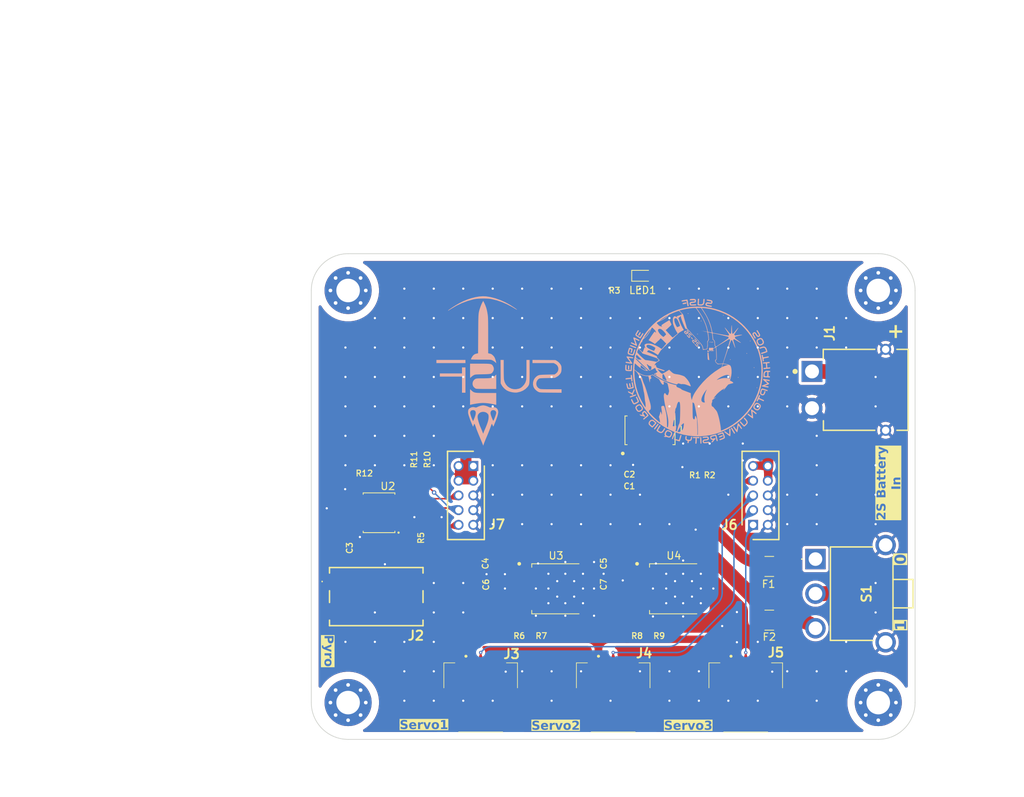
<source format=kicad_pcb>
(kicad_pcb (version 20241229) (generator "pcbnew") (generator_version "9.0")
  (layers (0 "F.Cu" mixed "L1 (Sig, PWR)") (2 "B.Cu" mixed "L2 (Sig, PWR)") (13 "F.Paste" user) (15 "B.Paste" user) (5 "F.SilkS" user "F.Silkscreen") (7 "B.SilkS" user "B.Silkscreen") (1 "F.Mask" user) (3 "B.Mask" user) (25 "Edge.Cuts" user))
  (property "BOARD_NAME" "Power Board")
  (property "COMPANY" "Southampton University Spaceflight Society")
  (property "DESIGNER" "Ethan Wilson - ew8g21")
  (property "DOC_TYPE" "Fabrication")
  (property "PROJECT_NAME" "SULRE - COMET 1")
  (property "RELEASE_DATE" "")
  (property "REVIEWER" "TBD")
  (property "REVISION" "V1")
  (property "VARIANT" "PRELIMINARY")
  (net 0 "")
  (net 1 "+6V")
  (net 2 "/Power Board Schematic/Servo1_PWM")
  (net 3 "GND")
  (net 4 "/Power Board Schematic/PYRO_IN")
  (net 5 "/Power Board Schematic/VBAT_sense")
  (net 6 "+3V3")
  (net 7 "VBUS")
  (net 8 "Net-(U2-IN)")
  (net 9 "/Power Board Schematic/Pyro+")
  (net 10 "/Power Board Schematic/PYRO_ST1")
  (net 11 "/Power Board Schematic/Servo2_PWM")
  (net 12 "Net-(U4-ADJ)")
  (net 13 "Net-(LED1-K)")
  (net 14 "/Power Board Schematic/Servo3_PWM")
  (net 15 "Net-(U3-ADJ)")
  (net 17 "/Power Board Schematic/PYRO_ST2")
  (net 18 "/Power Board Schematic/BAT_CONN_OUT")
  (net 19 "/Power Board Schematic/BAT_CONN_IN")
  (net 20 "VREG")
  (footprint "0_Connectors:DF11-10DP-2DSA" (layer "F.Cu") (at 166.5 108.85 -90)
    (property "Reference" "J6")
    (property "Value" "DF11-10DP-2DSA" (hide yes))
  )
  (footprint "0_Resistors:R_0603_1608_DensityHigh" (layer "F.Cu") (at 153.74 122.54)
    (property "Reference" "R9")
    (property "Value" "120R" (hide yes))
  )
  (footprint "0_Resistors:R_0603_1608_DensityHigh" (layer "F.Cu") (at 120.45 102.625 90)
    (property "Reference" "R11")
    (property "Value" "10kR" (hide yes))
  )
  (footprint "0_Resistors:R_0603_1608_DensityHigh" (layer "F.Cu") (at 122.25 102.625 90)
    (property "Reference" "R10")
    (property "Value" "10kR" (hide yes))
  )
  (footprint "0_Capacitors:C_0603_1608_DensityHigh" (layer "F.Cu") (at 147.6 114.1 -90)
    (property "Reference" "C5")
    (property "Value" "10uF" (hide yes))
  )
  (footprint "0_Power:Fuse_1210_3225Metric" (layer "F.Cu") (at 168.7 114.5)
    (property "Reference" "F1")
    (property "Value" "Fuse")
  )
  (footprint "0_Resistors:R_0603_1608_DensityHigh" (layer "F.Cu") (at 150.74 122.54)
    (property "Reference" "R8")
    (property "Value" "470R" (hide yes))
  )
  (footprint "0_Mechanical:MountingHole_3.2mm_M3_Pad_Via" (layer "F.Cu") (at 111.5 77)
    (property "Reference" "MH1" (hide yes))
    (property "Value" "M3_MountingHole_Pad")
  )
  (footprint "0_Capacitors:C_0603_1608_DensityHigh" (layer "F.Cu") (at 151.9 102 180)
    (property "Reference" "C2")
    (property "Value" "10nF" (hide yes))
  )
  (footprint "0_Resistors:R_0603_1608_DensityHigh" (layer "F.Cu") (at 158.6 99.9 90)
    (property "Reference" "R1")
    (property "Value" "470kR" (hide yes))
  )
  (footprint "0_Connectors:502352_0301" (layer "F.Cu") (at 129.5 131.8)
    (property "Reference" "J3")
    (property "Value" "502352-0301" (hide yes))
  )
  (footprint "0_Connectors:502352_0301" (layer "F.Cu") (at 147.5 131.8)
    (property "Reference" "J4")
    (property "Value" "502352-0301" (hide yes))
  )
  (footprint "0_Connectors:DF11-10DP-2DSA" (layer "F.Cu") (at 128.5 100.85 90)
    (property "Reference" "J7")
    (property "Value" "DF11-10DP-2DSA" (hide yes))
  )
  (footprint "0_Mechanical:Fiducial_1mm_Mask2mm" (layer "F.Cu") (at 116.5 128)
    (property "Reference" "FID3" (hide yes))
    (property "Value" "Fiducial Marker")
  )
  (footprint "0_Power:TO-252-5_TabPin3" (layer "F.Cu") (at 155.74 117.54)
    (property "Reference" "U4")
    (property "Value" "MIC29302AWD")
  )
  (footprint "0_Resistors:R_0603_1608_DensityHigh" (layer "F.Cu") (at 113.7 103.2)
    (property "Reference" "R12")
    (property "Value" "51kR" (hide yes))
  )
  (footprint "0_Capacitors:C_0603_1608_DensityHigh" (layer "F.Cu") (at 113.7 112 180)
    (property "Reference" "C3")
    (property "Value" "100nF" (hide yes))
  )
  (footprint "0_Resistors:R_0603_1608_DensityHigh" (layer "F.Cu") (at 147.685 75 180)
    (property "Reference" "R3")
    (property "Value" "51R" (hide yes))
  )
  (footprint "0_Passives:LED_0603_1608Metric" (layer "F.Cu") (at 151.5 75)
    (property "Reference" "LED1")
    (property "Value" "Red")
  )
  (footprint "0_Resistors:R_0603_1608_DensityHigh" (layer "F.Cu") (at 137.74 122.54)
    (property "Reference" "R7")
    (property "Value" "120R" (hide yes))
  )
  (footprint "0_Capacitors:C_0603_1608_DensityHigh" (layer "F.Cu") (at 131.55 117 90)
    (property "Reference" "C6")
    (property "Value" "10uF" (hide yes))
  )
  (footprint "0_Mechanical:MountingHole_3.2mm_M3_Pad_Via" (layer "F.Cu") (at 183.5 133)
    (property "Reference" "MH4" (hide yes))
    (property "Value" "M3_MountingHole_Pad" (hide yes))
  )
  (footprint "0_Resistors:R_0603_1608_DensityHigh" (layer "F.Cu") (at 134.74 122.54)
    (property "Reference" "R6")
    (property "Value" "470R" (hide yes))
  )
  (footprint "0_Connectors:502352_0301" (layer "F.Cu") (at 165.5 131.8)
    (property "Reference" "J5")
    (property "Value" "502352-0301" (hide yes))
  )
  (footprint "0_Mechanical:Fiducial_1mm_Mask2mm" (layer "F.Cu") (at 166.5 83)
    (property "Reference" "FID2" (hide yes))
    (property "Value" "Fiducial Marker")
  )
  (footprint "0_Resistors:R_0603_1608_DensityHigh" (layer "F.Cu") (at 121.4 109.1 180)
    (property "Reference" "R5")
    (property "Value" "4.7kR" (hide yes))
  )
  (footprint "0_Mechanical:MountingHole_3.2mm_M3_Pad_Via" (layer "F.Cu") (at 111.5 133)
    (property "Reference" "MH2" (hide yes))
    (property "Value" "M3_MountingHole_Pad" (hide yes))
  )
  (footprint "0_Power:TO-252-5_TabPin3" (layer "F.Cu") (at 139.74 117.54)
    (property "Reference" "U3")
    (property "Value" "MIC29302AWD")
  )
  (footprint "0_Capacitors:C_0603_1608_DensityHigh" (layer "F.Cu") (at 131.55 114.1 -90)
    (property "Reference" "C4")
    (property "Value" "10uF" (hide yes))
  )
  (footprint "0_Connectors:Molex_2060" (layer "F.Cu") (at 115.2 118.6)
    (property "Reference" "J2")
    (property "Value" "Molex_Block_01x02" (hide yes))
  )
  (footprint "0_Connectors:XT30_THT_H" (layer "F.Cu") (at 174.5 88 -90)
    (property "Reference" "J1")
    (property "Value" "XT30_THT_H" (hide yes))
  )
  (footprint "0_Capacitors:C_0603_1608_DensityHigh" (layer "F.Cu") (at 147.6 116.95 90)
    (property "Reference" "C7")
    (property "Value" "10uF" (hide yes))
  )
  (footprint "0_Capacitors:C_0603_1608_DensityHigh" (layer "F.Cu") (at 151.9 103.6)
    (property "Reference" "C1")
    (property "Value" "10nF" (hide yes))
  )
  (footprint "0_Power:1101M2S3AQE2" (layer "F.Cu") (at 174.969 113.5005 90)
    (property "Reference" "S1")
    (property "Value" "SPST_1101M2S3AQE2" (hide yes))
  )
  (footprint "0_Power:SOT-223-3_TabPin2" (layer "F.Cu") (at 152.5 96 90)
    (property "Reference" "U1")
    (property "Value" "NCP1117_3.3")
  )
  (footprint "0_Resistors:R_0603_1608_DensityHigh" (layer "F.Cu") (at 160.6 99.9 -90)
    (property "Reference" "R2")
    (property "Value" "390kR" (hide yes))
  )
  (footprint "0_Mechanical:Fiducial_1mm_Mask2mm" (layer "F.Cu") (at 116.5 83)
    (property "Reference" "FID1" (hide yes))
    (property "Value" "Fiducial Marker")
  )
  (footprint "0_Mechanical:MountingHole_3.2mm_M3_Pad_Via" (layer "F.Cu") (at 183.5 77)
    (property "Reference" "MH3" (hide yes))
    (property "Value" "M3_MountingHole_Pad" (hide yes))
  )
  (footprint "0_Power:HTSOP-8-1EP_3.9x4.9mm_P1.27mm_EP2.4x3.2mm" (layer "F.Cu") (at 115.7 107.2 180)
    (property "Reference" "U2")
    (property "Value" "BV1HJ180EFJ-C" (hide yes))
  )
  (footprint "0_Power:Fuse_1210_3225Metric" (layer "F.Cu") (at 168.7 121.8 180)
    (property "Reference" "F2")
    (property "Value" "Fuse")
  )
  (footprint "0_Mechanical:SULRE_LOGO" (layer "B.Cu") (at 159 88 180)
    (property "Reference" "REF**" (hide yes))
    (property "Value" "SULRE_LOGO" (hide yes))
  )
  (footprint "0_Mechanical:SUSF_LOGO_BIG" (layer "B.Cu") (at 131.5 88 180)
    (property "Reference" "G***" (hide yes))
    (property "Value" "LOGO" (hide yes))
  )
  (gr_arc (start 111.5 138) (mid 107.964466 136.535534) (end 106.5 133) (stroke (width 0.1)) (layer "Edge.Cuts"))
  (gr_line (start 111.5 72) (end 183.5 72) (stroke (width 0.1)) (layer "Edge.Cuts"))
  (gr_arc (start 188.5 133) (mid 187.035534 136.535534) (end 183.5 138) (stroke (width 0.1)) (layer "Edge.Cuts"))
  (gr_arc (start 106.5 77) (mid 107.964466 73.464466) (end 111.5 72) (stroke (width 0.1)) (layer "Edge.Cuts"))
  (gr_line (start 188.5 77) (end 188.5 133) (stroke (width 0.1)) (layer "Edge.Cuts"))
  (gr_arc (start 183.5 72) (mid 187.035534 73.464466) (end 188.5 77) (stroke (width 0.1)) (layer "Edge.Cuts"))
  (gr_line (start 111.5 138) (end 183.5 138) (stroke (width 0.1)) (layer "Edge.Cuts"))
  (gr_line (start 106.5 133) (end 106.5 77) (stroke (width 0.1)) (layer "Edge.Cuts"))
  (gr_text "Servo2" (at 136.4 136.9 0) (layer "F.SilkS" knockout) (effects (font (size 1.2 1.2) (thickness 0.15) (bold yes)) (justify left bottom)))
  (gr_text "2S Battery\nIn" (at 186.7 103.2 90) (layer "F.SilkS" knockout) (effects (font (size 1.2 1.2) (thickness 0.24) (bold yes)) (justify bottom)))
  (gr_text "1" (at 187.55 123.25 90) (layer "F.SilkS" knockout) (effects (font (size 1.5 1.5) (thickness 0.25) (bold yes)) (justify left bottom)))
  (gr_text "Servo1" (at 118.5 136.8 0) (layer "F.SilkS" knockout) (effects (font (size 1.2 1.2) (thickness 0.15) (bold yes)) (justify left bottom)))
  (gr_text "Pyro" (at 108.1 123.8 270) (layer "F.SilkS" knockout) (effects (font (size 1.2 1.2) (thickness 0.15) (bold yes)) (justify left bottom)))
  (gr_text "Servo3" (at 154.4 136.9 0) (layer "F.SilkS" knockout) (effects (font (size 1.2 1.2) (thickness 0.15) (bold yes)) (justify left bottom)))
  (gr_text "0" (at 187.5 114.25 90) (layer "F.SilkS" knockout) (effects (font (size 1.5 1.5) (thickness 0.25) (bold yes)) (justify left bottom)))
  (gr_text "+" (at 184.7 83.8 0) (layer "F.SilkS") (effects (font (size 2 2) (thickness 0.4) (bold yes)) (justify left bottom)))
  (segment (start 134.09 122.54) (end 133.868427 122.54) (width 0.2) (layer "F.Cu") (net 1))
  (segment (start 130.6 124.4) (end 129.928427 124.4) (width 1) (layer "F.Cu") (net 1))
  (segment (start 148.477107 118.972893) (end 148.22132 119.22868) (width 1) (layer "F.Cu") (net 1))
  (segment (start 132.727107 118.972893) (end 132.392893 119.307107) (width 1) (layer "F.Cu") (net 1))
  (segment (start 128.514247 124.985753) (end 128.085787 125.414213) (width 1) (layer "F.Cu") (net 1))
  (segment (start 147.591218 117.541218) (end 147.591218 117.654537) (width 0.2) (layer "F.Cu") (net 1))
  (segment (start 147.928427 119.935787) (end 147.928427 122.9) (width 1) (layer "F.Cu") (net 1))
  (segment (start 130.6 124.4) (end 133.6 124.4) (width 1) (layer "F.Cu") (net 1))
  (segment (start 147.925 122.4) (end 147.925 122.934412) (width 1) (layer "F.Cu") (net 1))
  (segment (start 148.434069 118.621218) (end 148.621218 118.621218) (width 0.2) (layer "F.Cu") (net 1))
  (segment (start 127.5 126.828427) (end 127.5 128.77) (width 1) (layer "F.Cu") (net 1))
  (segment (start 132.392851 118.68) (end 132.58 118.68) (width 0.2) (layer "F.Cu") (net 1))
  (segment (start 134.7 118.68) (end 133.434214 118.68) (width 1) (layer "F.Cu") (net 1))
  (segment (start 145.5 124.4) (end 146.425 124.4) (width 1) (layer "F.Cu") (net 1))
  (segment (start 162.914214 125.414214) (end 162.485787 124.985787) (width 1) (layer "F.Cu") (net 1))
  (segment (start 150.09 122.54) (end 149.668427 122.54) (width 0.2) (layer "F.Cu") (net 1))
  (segment (start 133.6 124.4) (end 145.5 124.4) (width 1) (layer "F.Cu") (net 1))
  (segment (start 145.5 128.77) (end 145.5 124.4) (width 1) (layer "F.Cu") (net 1))
  (segment (start 132.1 120.014214) (end 132.1 122.9) (width 1) (layer "F.Cu") (net 1))
  (segment (start 146.425 124.4) (end 149.428427 124.4) (width 1) (layer "F.Cu") (net 1))
  (segment (start 150.7 118.68) (end 149.184214 118.68) (width 1) (layer "F.Cu") (net 1))
  (segment (start 131.55 117.6) (end 131.55 117.713319) (width 0.2) (layer "F.Cu") (net 1))
  (segment (start 163.5 128.77) (end 163.5 126.828427) (width 1) (layer "F.Cu") (net 1))
  (segment (start 161.071573 124.4) (end 149.428427 124.4) (width 1) (layer "F.Cu") (net 1))
  (arc (start 144 124.4) (mid 145.06066 124.83934) (end 145.5 125.9) (width 1) (layer "F.Cu") (net 1))
  (arc (start 130.6 124.4) (mid 131.66066 123.96066) (end 132.1 122.9) (width 1) (layer "F.Cu") (net 1))
  (arc (start 133.434214 118.68) (mid 133.05153 118.75612) (end 132.727107 118.972893) (width 1) (layer "F.Cu") (net 1))
  (arc (start 147.928427 119.935787) (mid 148.004547 119.553104) (end 148.22132 119.22868) (width 1) (layer "F.Cu") (net 1))
  (arc (start 131.858782 118.458782) (mid 131.630245 118.116748) (end 131.55 117.713319) (width 0.2) (layer "F.Cu") (net 1))
  (arc (start 133.868427 122.54) (mid 133.10306 122.387759) (end 132.454213 121.954213) (width 0.2) (layer "F.Cu") (net 1))
  (arc (start 147.9 118.4) (mid 148.145033 118.563726) (end 148.434069 118.621218) (width 0.2) (layer "F.Cu") (net 1))
  (arc (start 149.184214 118.68) (mid 148.801531 118.75612) (end 148.477107 118.972893) (width 1) (layer "F.Cu") (net 1))
  (arc (start 149.668427 122.54) (mid 148.90306 122.387759) (end 148.254213 121.954213) (width 0.2) (layer "F.Cu") (net 1))
  (arc (start 128.085787 125.414213) (mid 127.652241 126.06306) (end 127.5 126.828427) (width 1) (layer "F.Cu") (net 1))
  (arc (start 146.425 124.4) (mid 147.48566 123.96066) (end 147.925 122.9) (width 1) (layer "F.Cu") (net 1))
  (arc (start 147.9 118.4) (mid 147.671463 118.057966) (end 147.591218 117.654537) (width 0.2) (layer "F.Cu") (net 1))
  (arc (start 147 124.4) (mid 145.93934 124.83934) (end 145.5 125.9) (width 1) (layer "F.Cu") (net 1))
  (arc (start 163.5 126.828427) (mid 163.347759 126.06306) (end 162.914214 125.414214) (width 1) (layer "F.Cu") (net 1))
  (arc (start 129.928427 124.4) (mid 129.163071 124.552227) (end 128.514247 124.985753) (width 1) (layer "F.Cu") (net 1))
  (arc (start 149.428427 124.4) (mid 148.367767 123.96066) (end 147.928427 122.9) (width 1) (layer "F.Cu") (net 1))
  (arc (start 133.6 124.4) (mid 132.53934 123.96066) (end 132.1 122.9) (width 1) (layer "F.Cu") (net 1))
  (arc (start 162.485787 124.985787) (mid 161.83694 124.552241) (end 161.071573 124.4) (width 1) (layer "F.Cu") (net 1))
  (arc (start 131.858782 118.458782) (mid 132.103815 118.622508) (end 132.392851 118.68) (width 0.2) (layer "F.Cu") (net 1))
  (arc (start 132.392893 119.307107) (mid 132.17612 119.63153) (end 132.1 120.014214) (width 1) (layer "F.Cu") (net 1))
  (segment (start 129.5 126.2) (end 129.5 128.77) (width 0.2) (layer "F.Cu") (net 2))
  (via (at 129.5 126.2) (size 0.45) (drill 0.2) (layers "F.Cu" "B.Cu") (net 2))
  (segment (start 156.385787 124.814213) (end 161.714214 119.485786) (width 0.2) (layer "B.Cu") (net 2))
  (segment (start 162.3 118.071573) (end 162.3 109.878427) (width 0.2) (layer "B.Cu") (net 2))
  (segment (start 130.865685 125.4) (end 154.971573 125.4) (width 0.2) (layer "B.Cu") (net 2))
  (segment (start 129.5 126.2) (end 129.9 125.8) (width 0.2) (layer "B.Cu") (net 2))
  (segment (start 162.885787 108.464213) (end 166.5 104.85) (width 0.2) (layer "B.Cu") (net 2))
  (arc (start 129.9 125.8) (mid 130.34306 125.503956) (end 130.865685 125.4) (width 0.2) (layer "B.Cu") (net 2))
  (arc (start 162.885787 108.464213) (mid 162.452241 109.11306) (end 162.3 109.878427) (width 0.2) (layer "B.Cu") (net 2))
  (arc (start 154.971573 125.4) (mid 155.73694 125.247759) (end 156.385787 124.814213) (width 0.2) (layer "B.Cu") (net 2))
  (arc (start 161.714214 119.485786) (mid 162.147759 118.83694) (end 162.3 118.071573) (width 0.2) (layer "B.Cu") (net 2))
  (via (at 160.6 97.8) (size 0.6) (drill 0.3) (layers "F.Cu" "B.Cu") (net 3))
  (via (at 123.136904 76.75175) (size 0.6) (drill 0.3) (layers "F.Cu" "B.Cu") (net 3))
  (via (at 167.136904 80.75175) (size 0.6) (drill 0.3) (layers "F.Cu" "B.Cu") (net 3))
  (via (at 183.136904 120.75175) (size 0.6) (drill 0.3) (layers "F.Cu" "B.Cu") (net 3))
  (via (at 139.136904 128.75175) (size 0.6) (drill 0.3) (layers "F.Cu" "B.Cu") (net 3))
  (via (at 167.136904 76.75175) (size 0.6) (drill 0.3) (layers "F.Cu" "B.Cu") (net 3))
  (via (at 154.7 117.5) (size 0.6) (drill 0.3) (layers "F.Cu" "B.Cu") (net 3))
  (via (at 123.136904 128.75175) (size 0.6) (drill 0.3) (layers "F.Cu" "B.Cu") (net 3))
  (via (at 139.136904 76.75175) (size 0.6) (drill 0.3) (layers "F.Cu" "B.Cu") (net 3))
  (via (at 158.2 118.6) (size 0.6) (drill 0.3) (layers "F.Cu" "B.Cu") (net 3))
  (via (at 115.136904 120.75175) (size 0.6) (drill 0.3) (layers "F.Cu" "B.Cu") (net 3))
  (via (at 143.136904 92.75175) (size 0.6) (drill 0.3) (layers "F.Cu" "B.Cu") (net 3))
  (via (at 159.136904 92.75175) (size 0.6) (drill 0.3) (layers "F.Cu" "B.Cu") (net 3))
  (via (at 147.136904 100.75175) (size 0.6) (drill 0.3) (layers "F.Cu" "B.Cu") (net 3))
  (via (at 135.136904 84.75175) (size 0.6) (drill 0.3) (layers "F.Cu" "B.Cu") (net 3))
  (via (at 119.136904 92.75175) (size 0.6) (drill 0.3) (layers "F.Cu" "B.Cu") (net 3))
  (via (at 135.136904 88.75175) (size 0.6) (drill 0.3) (layers "F.Cu" "B.Cu") (net 3))
  (via (at 135.136904 92.75175) (size 0.6) (drill 0.3) (layers "F.Cu" "B.Cu") (net 3))
  (via (at 163.136904 80.75175) (size 0.6) (drill 0.3) (layers "F.Cu" "B.Cu") (net 3))
  (via (at 123.136904 132.75175) (size 0.6) (drill 0.3) (layers "F.Cu" "B.Cu") (net 3))
  (via (at 135.136904 104.75175) (size 0.6) (drill 0.3) (layers "F.Cu" "B.Cu") (net 3))
  (via (at 175.136904 104.75175) (size 0.6) (drill 0.3) (layers "F.Cu" "B.Cu") (net 3))
  (via (at 123.136904 124.75175) (size 0.6) (drill 0.3) (layers "F.Cu" "B.Cu") (net 3))
  (via (at 155.136904 132.75175) (size 0.6) (drill 0.3) (layers "F.Cu" "B.Cu") (net 3))
  (via (at 127.136904 80.75175) (size 0.6) (drill 0.3) (layers "F.Cu" "B.Cu") (net 3))
  (via (at 141 121.2) (size 0.6) (drill 0.3) (layers "F.Cu" "B.Cu") (net 3))
  (via (at 119.136904 128.75175) (size 0.6) (drill 0.3) (layers "F.Cu" "B.Cu") (net 3))
  (via (at 111.136904 88.75175) (size 0.6) (drill 0.3) (layers "F.Cu" "B.Cu") (net 3))
  (via (at 155.9 116.5) (size 0.6) (drill 0.3) (layers "F.Cu" "B.Cu") (net 3))
  (via (at 142.2 118.6) (size 0.6) (drill 0.3) (layers "F.Cu" "B.Cu") (net 3))
  (via (at 163.136904 88.75175) (size 0.6) (drill 0.3) (layers "F.Cu" "B.Cu") (net 3))
  (via (at 139.136904 104.75175) (size 0.6) (drill 0.3) (layers "F.Cu" "B.Cu") (net 3))
  (via (at 143.4 119.5) (size 0.6) (drill 0.3) (layers "F.Cu" "B.Cu") (net 3))
  (via (at 144.9 113.9) (size 0.6) (drill 0.3) (layers "F.Cu" "B.Cu") (net 3))
  (via (at 127.136904 88.75175) (size 0.6) (drill 0.3) (layers "F.Cu" "B.Cu") (net 3))
  (via (at 115.136904 88.75175) (size 0.6) (drill 0.3) (layers "F.Cu" "B.Cu") (net 3))
  (via (at 123.136904 120.75175) (size 0.6) (drill 0.3) (layers "F.Cu" "B.Cu") (net 3))
  (via (at 123.136904 80.75175) (size 0.6) (drill 0.3) (layers "F.Cu" "B.Cu") (net 3))
  (via (at 165.1 100.1) (size 0.6) (drill 0.3) (layers "F.Cu" "B.Cu") (net 3))
  (via (at 164.3 124.8) (size 0.6) (drill 0.3) (layers "F.Cu" "B.Cu") (net 3))
  (via (at 151.136904 80.75175) (size 0.6) (drill 0.3) (layers "F.Cu" "B.Cu") (net 3))
  (via (at 111.136904 92.75175) (size 0.6) (drill 0.3) (layers "F.Cu" "B.Cu") (net 3))
  (via (at 115.136904 84.75175) (size 0.6) (drill 0.3) (layers "F.Cu" "B.Cu") (net 3))
  (via (at 154.7 119.5) (size 0.6) (drill 0.3) (layers "F.Cu" "B.Cu") (net 3))
  (via (at 127.136904 76.75175) (size 0.6) (drill 0.3) (layers "F.Cu" "B.Cu") (net 3))
  (via (at 111.1 104) (size 0.6) (drill 0.3) (layers "F.Cu" "B.Cu") (net 3))
  (via (at 111.136904 84.75175) (size 0.6) (drill 0.3) (layers "F.Cu" "B.Cu") (net 3))
  (via (at 119.136904 124.75175) (size 0.6) (drill 0.3) (layers "F.Cu" "B.Cu") (net 3))
  (via (at 179.136904 128.75175) (size 0.6) (drill 0.3) (layers "F.Cu" "B.Cu") (net 3))
  (via (at 155.136904 128.75175) (size 0.6) (drill 0.3) (layers "F.Cu" "B.Cu") (net 3))
  (via (at 119.136904 132.75175) (size 0.6) (drill 0.3) (layers "F.Cu" "B.Cu") (net 3))
  (via (at 163.136904 84.75175) (size 0.6) (drill 0.3) (layers "F.Cu" "B.Cu") (net 3))
  (via (at 138.7 115.5) (size 0.6) (drill 0.3) (layers "F.Cu" "B.Cu") (net 3))
  (via (at 162.3 122.6) (size 0.6) (drill 0.3) (layers "F.Cu" "B.Cu") (net 3))
  (via (at 123.136904 92.75175) (size 0.6) (drill 0.3) (layers "F.Cu" "B.Cu") (net 3))
  (via (at 151.136904 88.75175) (size 0.6) (drill 0.3) (layers "F.Cu" "B.Cu") (net 3))
  (via (at 127.136904 116.75175) (size 0.6) (drill 0.3) (layers "F.Cu" "B.Cu") (net 3))
  (via (at 167.136904 92.75175) (size 0.6) (drill 0.3) (layers "F.Cu" "B.Cu") (net 3))
  (via (at 135.136904 76.75175) (size 0.6) (drill 0.3) (layers "F.Cu" "B.Cu") (net 3))
  (via (at 139.136904 132.75175) (size 0.6) (drill 0.3) (layers "F.Cu" "B.Cu") (net 3))
  (via (at 157 113.7) (size 0.6) (drill 0.3) (layers "F.Cu" "B.Cu") (net 3))
  (via (at 131.136904 108.75175) (size 0.6) (drill 0.3) (layers "F.Cu" "B.Cu") (net 3))
  (via (at 131.136904 88.75175) (size 0.6) (drill 0.3) (layers "F.Cu" "B.Cu") (net 3))
  (via (at 123.136904 84.75175) (size 0.6) (drill 0.3) (layers "F.Cu" "B.Cu") (net 3))
  (via (at 131.136904 92.75175) (size 0.6) (drill 0.3) (layers "F.Cu" "B.Cu") (net 3))
  (via (at 115.136904 80.75175) (size 0.6) (drill 0.3) (layers "F.Cu" "B.Cu") (net 3))
  (via (at 141 115.5) (size 0.6) (drill 0.3) (layers "F.Cu" "B.Cu") (net 3))
  (via (at 163.136904 132.75175) (size 0.6) (drill 0.3) (layers "F.Cu" "B.Cu") (net 3))
  (via (at 135.136904 108.75175) (size 0.6) (drill 0.3) (layers "F.Cu" "B.Cu") (net 3))
  (via (at 131.136904 104.75175) (size 0.6) (drill 0.3) (layers "F.Cu" "B.Cu") (net 3))
  (via (at 139.136904 80.75175) (size 0.6) (drill 0.3) (layers "F.Cu" "B.Cu") (net 3))
  (via (at 155.136904 76.75175) (size 0.6) (drill 0.3) (layers "F.Cu" "B.Cu") (net 3))
  (via (at 175.136904 100.75175) (size 0.6) (drill 0.3) (layers "F.Cu" "B.Cu") (net 3))
  (via (at 139.136904 100.75175) (size 0.6) (drill 0.3) (layers "F.Cu" "B.Cu") (net 3))
  (via (at 167.136904 124.75175) (size 0.6) (drill 0.3) (layers "F.Cu" "B.Cu") (net 3))
  (via (at 179.136904 124.75175) (size 0.6) (drill 0.3) (layers "F.Cu" "B.Cu") (net 3))
  (via (at 159.136904 80.75175) (size 0.6) (drill 0.3) (layers "F.Cu" "B.Cu") (net 3))
  (via (at 141 119.5) (size 0.6) (drill 0.3) (layers "F.Cu" "B.Cu") (net 3))
  (via (at 154.7 115.5) (size 0.6) (drill 0.3) (layers "F.Cu" "B.Cu") (net 3))
  (via (at 127.136904 84.75175) (size 0.6) (drill 0.3) (layers "F.Cu" "B.Cu") (net 3))
  (via (at 171.136904 108.75175) (size 0.6) (drill 0.3) (layers "F.Cu" "B.Cu") (net 3))
  (via (at 116.5 114.2) (size 0.6) (drill 0.3) (layers "F.Cu" "B.Cu") (net 3))
  (via (at 147 76.7) (size 0.6) (drill 0.3) (layers "F.Cu" "B.Cu") (net 3))
  (via (at 123.136904 100.75175) (size 0.6) (drill 0.3) (layers "F.Cu" "B.Cu") (net 3))
  (via (at 123.136904 116.75175) (size 0.6) (drill 0.3) (layers "F.Cu" "B.Cu") (net 3))
  (via (at 159.136904 88.75175) (size 0.6) (drill 0.3) (layers "F.Cu" "B.Cu") (net 3))
  (via (at 127.136904 120.75175) (size 0.6) (drill 0.3) (layers "F.Cu" "B.Cu") (net 3))
  (via (at 183.136904 92.75175) (size 0.6) (drill 0.3) (layers "F.Cu" "B.Cu") (net 3))
  (via (at 139.136904 92.75175) (size 0.6) (drill 0.3) (layers "F.Cu" "B.Cu") (net 3))
  (via (at 151.136904 128.75175) (size 0.6) (drill 0.3) (layers "F.Cu" "B.Cu") (net 3))
  (via (at 152.9 121.3) (size 0.6) (drill 0.3) (layers "F.Cu" "B.Cu") (net 3))
  (via (at 183.136904 108.75175) (size 0.6) (drill 0.3) (layers "F.Cu" "B.Cu") (net 3))
  (via (at 167.136904 88.75175) (size 0.6) (drill 0.3) (layers "F.Cu" "B.Cu") (net 3))
  (via (at 159.136904 76.75175) (size 0.6) (drill 0.3) (layers "F.Cu" "B.Cu") (net 3))
  (via (at 127.136904 92.75175) (size 0.6) (drill 0.3) (layers "F.Cu" "B.Cu") (net 3))
  (via (at 175.136904 80.75175) (size 0.6) (drill 0.3) (layers "F.Cu" "B.Cu") (net 3))
  (via (at 119.136904 76.75175) (size 0.6) (drill 0.3) (layers "F.Cu" "B.Cu") (net 3))
  (via (at 127.136904 132.75175) (size 0.6) (drill 0.3) (layers "F.Cu" "B.Cu") (net 3))
  (via (at 143.136904 100.75175) (size 0.6) (drill 0.3) (layers "F.Cu" "B.Cu") (net 3))
  (via (at 132.8 115.55) (size 0.6) (drill 0.3) (layers "F.Cu" "B.Cu") (net 3))
  (via (at 137 117.5) (size 0.6) (drill 0.3) (layers "F.Cu" "B.Cu") (net 3))
  (via (at 167.136904 84.75175) (size 0.6) (drill 0.3) (layers "F.Cu" "B.Cu") (net 3))
  (via (at 171.136904 104.75175) (size 0.6) (drill 0.3) (layers "F.Cu" "B.Cu") (net 3))
  (via (at 155.9 118.6) (size 0.6) (drill 0.3) (layers "F.Cu" "B.Cu") (net 3))
  (via (at 147.136904 104.75175) (size 0.6) (drill 0.3) (layers "F.Cu" "B.Cu") (net 3))
  (via (at 157 121.3) (size 0.6) (drill 0.3) (layers "F.Cu" "B.Cu") (net 3))
  (via (at 164.3 120.7) (size 0.6) (drill 0.3) (layers "F.Cu" "B.Cu") (net 3))
  (via (at 171.136904 76.75175) (size 0.6) (drill 0.3) (layers "F.Cu" "B.Cu") (net 3))
  (via (at 124.2 107.8) (size 0.6) (drill 0.3) (layers "F.Cu" "B.Cu") (net 3))
  (via (at 152.9 117.5) (size 0.6) (drill 0.3) (layers "F.Cu" "B.Cu") (net 3))
  (via (at 175.136904 96.75175) (size 0.6) (drill 0.3) (layers "F.Cu" "B.Cu") (net 3))
  (via (at 137.3 114.1) (size 0.6) (drill 0.3) (layers "F.Cu" "B.Cu") (net 3))
  (via (at 175.136904 76.75175) (size 0.6) (drill 0.3) (layers "F.Cu" "B.Cu") (net 3))
  (via (at 153.3 114.1) (size 0.6) (drill 0.3) (layers "F.Cu" "B.Cu") (net 3))
  (via (at 119.136904 96.75175) (size 0.6) (drill 0.3) (layers "F.Cu" "B.Cu") (net 3))
  (via (at 120.5 107.8) (size 0.6) (drill 0.3) (layers "F.Cu" "B.Cu") (net 3))
  (via (at 163.136904 92.75175) (size 0.6) (drill 0.3) (layers "F.Cu" "B.Cu") (net 3))
  (via (at 138.7 117.5) (size 0.6) (drill 0.3) (layers "F.Cu" "B.Cu") (net 3))
  (via (at 139.9 118.6) (size 0.6) (drill 0.3) (layers "F.Cu" "B.Cu") (net 3))
  (via (at 144.9 117.5) (size 0.6) (drill 0.3) (layers "F.Cu" "B.Cu") (net 3))
  (via (at 143.136904 88.75175) (size 0.6) (drill 0.3) (layers "F.Cu" "B.Cu") (net 3))
  (via (at 159.4 119.5) (size 0.6) (drill 0.3) (layers "F.Cu" "B.Cu") (net 3))
  (via (at 111.136904 124.75175) (size 0.6) (drill 0.3) (layers "F.Cu" "B.Cu") (net 3))
  (via (at 163.136904 76.75175) (size 0.6) (drill 0.3) (layers "F.Cu" "B.Cu") (net 3))
  (via (at 146.2 115.5) (size 0.6) (drill 0.3) (layers "F.Cu" "B.Cu") (net 3))
  (via (at 135.136904 100.75175) (size 0.6) (drill 0.3) (layers "F.Cu" "B.Cu") (net 3))
  (via (at 157 119.5) (size 0.6) (drill 0.3) (layers "F.Cu" "B.Cu") (net 3))
  (via (at 119.136904 88.75175) (size 0.6) (drill 0.3) (layers "F.Cu" "B.Cu") (net 3))
  (via (at 143.136904 128.75175) (size 0.6) (drill 0.3) (layers "F.Cu" "B.Cu") (net 3))
  (via (at 158.2 116.5) (size 0.6) (drill 0.3) (layers "F.Cu" "B.Cu") (net 3))
  (via (at 119.136904 100.75175) (size 0.6) (drill 0.3) (layers "F.Cu" "B.Cu") (net 3))
  (via (at 171.136904 88.75175) (size 0.6) (drill 0.3) (layers "F.Cu" "B.Cu") (net 3))
  (via (at 179.136904 84.75175) (size 0.6) (drill 0.3) (layers "F.Cu" "B.Cu") (net 3))
  (via (at 131.136904 132.75175) (size 0.6) (drill 0.3) (layers "F.Cu" "B.Cu") (net 3))
  (via (at 143.136904 104.75175) (size 0.6) (drill 0.3) (layers "F.Cu" "B.Cu") (net 3))
  (via (at 155.136904 80.75175) (size 0.6) (drill 0.3) (layers "F.Cu" "B.Cu") (net 3))
  (via (at 183.136904 88.75175) (size 0.6) (drill 0.3) (layers "F.Cu" "B.Cu") (net 3))
  (via (at 144.9 121.2) (size 0.6) (drill 0.3) (layers "F.Cu" "B.Cu") (net 3))
  (via (at 175.136904 128.75175) (size 0.6) (drill 0.3) (layers "F.Cu" "B.Cu") (net 3))
  (via (at 179.136904 80.75175) (size 0.6) (drill 0.3) (layers "F.Cu" "B.Cu") (net 3))
  (via (at 151.136904 108.75175) (size 0.6) (drill 0.3) (layers "F.Cu" "B.Cu") (net 3))
  (via (at 171.136904 84.75175) (size 0.6) (drill 0.3) (layers "F.Cu" "B.Cu") (net 3))
  (via (at 143.136904 108.75175) (size 0.6) (drill 0.3) (layers "F.Cu" "B.Cu") (net 3))
  (via (at 183.136904 116.75175) (size 0.6) (drill 0.3) (layers "F.Cu" "B.Cu") (net 3))
  (via (at 143.136904 80.75175) (size 0.6) (drill 0.3) (layers "F.Cu" "B.Cu") (net 3))
  (via (at 159.136904 84.75175) (size 0.6) (drill 0.3) (layers "F.Cu" "B.Cu") (net 3))
  (via (at 139.136904 84.75175) (size 0.6) (drill 0.3) (layers "F.Cu" "B.Cu") (net 3))
  (via (at 159.136904 128.75175) (size 0.6) (drill 0.3) (layers "F.Cu" "B.Cu") (net 3))
  (via (at 137 121.2) (size 0.6) (drill 0.3) (layers "F.Cu" "B.Cu") (net 3))
  (via (at 115.136904 92.75175) (size 0.6) (drill 0.3) (layers "F.Cu" "B.Cu") (net 3))
  (via (at 139.136904 88.75175) (size 0.6) (drill 0.3) (layers "F.Cu" "B.Cu") (net 3))
  (via (at 143.136904 84.75175) (size 0.6) (drill 0.3) (layers "F.Cu" "B.Cu") (net 3))
  (via (at 167.136904 132.75175) (size 0.6) (drill 0.3) (layers "F.Cu" "B.Cu") (net 3))
  (via (at 135.136904 80.75175) (size 0.6) (drill 0.3) (layers "F.Cu" "B.Cu") (net 3))
  (via (at 132.9 128.8) (size 0.6) (drill 0.3) (layers "F.Cu" "B.Cu") (net 3))
  (via (at 115.136904 124.75175) (size 0.6) (drill 0.3) (layers "F.Cu" "B.Cu") (net 3))
  (via (at 159.136904 132.75175) (size 0.6) (drill 0.3) (layers "F.Cu" "B.Cu") (net 3))
  (via (at 156.9 101) (size 0.6) (drill 0.3) (layers "F.Cu" "B.Cu") (net 3))
  (via (at 175.136904 84.75175) (size 0.6) (drill 0.3) (layers "F.Cu" "B.Cu") (net 3))
  (via (at 157 97.8) (size 0.6) (drill 0.3) (layers "F.Cu" "B.Cu") (net 3))
  (via (at 115.136904 96.75175) (size 0.6) (drill 0.3) (layers "F.Cu" "B.Cu") (net 3))
  (via (at 163.136904 104.75175) (size 0.6) (drill 0.3) (layers "F.Cu" "B.Cu") (net 3))
  (via (at 141 113.9) (size 0.6) (drill 0.3) (layers "F.Cu" "B.Cu") (net 3))
  (via (at 159.4 117.5) (size 0.6) (drill 0.3) (layers "F.Cu" "B.Cu") (net 3))
  (via (at 165.1 97.8) (size 0.6) (drill 0.3) (layers "F.Cu" "B.Cu") (net 3))
  (via (at 111.136904 100.75175) (size 0.6) (drill 0.3) (layers "F.Cu" "B.Cu") (net 3))
  (via (at 155.136904 88.75175) (size 0.6) (drill 0.3) (layers "F.Cu" "B.Cu") (net 3))
  (via (at 143.4 115.5) (size 0.6) (drill 0.3) (layers "F.Cu" "B.Cu") (net 3))
  (via (at 115.136904 100.75175) (size 0.6) (drill 0.3) (layers "F.Cu" "B.Cu") (net 3))
  (via (at 131.136904 80.75175) (size 0.6) (drill 0.3) (layers "F.Cu" "B.Cu") (net 3))
  (via (at 131.136904 76.75175) (size 0.6) (drill 0.3) (layers "F.Cu" "B.Cu") (net 3))
  (via (at 123.136904 88.75175) (size 0.6) (drill 0.3) (layers "F.Cu" "B.Cu") (net 3))
  (via (at 132.8 117.5) (size 0.6) (drill 0.3) (layers "F.Cu" "B.Cu") (net 3))
  (via (at 150.2 100.7) (size 0.6) (drill 0.3) (layers "F.Cu" "B.Cu") (net 3))
  (via (at 135.136904 128.75175) (size 0.6) (drill 0.3) (layers "F.Cu" "B.Cu") (net 3))
  (via (at 131.136904 100.75175) (size 0.6) (drill 0.3) (layers "F.Cu" "B.Cu") (net 3))
  (via (at 151.136904 76.75175) (size 0.6) (drill 0.3) (layers "F.Cu" "B.Cu") (net 3))
  (via (at 171.136904 92.75175) (size 0.6) (drill 0.3) (layers "F.Cu" "B.Cu") (net 3))
  (via (at 159.4 115.5) (size 0.6) (drill 0.3) (layers "F.Cu" "B.Cu") (net 3))
  (via (at 158.7 109.5) (size 0.6) (drill 0.3) (layers "F.Cu" "B.Cu") (net 3))
  (via (at 139.136904 108.75175) (size 0.6) (drill 0.3) (layers "F.Cu" "B.Cu") (net 3))
  (via (at 119.136904 80.75175) (size 0.6) (drill 0.3) (layers "F.Cu" "B.Cu") (net 3))
  (via (at 130.3 115.55) (size 0.6) (drill 0.3) (layers "F.Cu" "B.Cu") (net 3))
  (via (at 157 115.5) (size 0.6) (drill 0.3) (layers "F.Cu" "B.Cu") (net 3))
  (via (at 147.136904 88.75175) (size 0.6) (drill 0.3) (layers "F.Cu" "B.Cu") (net 3))
  (via (at 147.136904 80.75175) (size 0.6) (drill 0.3) (layers "F.Cu" "B.Cu") (net 3))
  (via (at 171.136904 128.75175) (size 0.6) (drill 0.3) (layers "F.Cu" "B.Cu") (net 3))
  (via (at 138.7 119.5) (size 0.6) (drill 0.3) (layers "F.Cu" "B.Cu") (net 3))
  (via (at 108.6 106.6) (size 0.6) (drill 0.3) (layers "F.Cu" "B.Cu") (net 3))
  (via (at 175.136904 132.75175) (size 0.6) (drill 0.3) (layers "F.Cu" "B.Cu") (net 3))
  (via (at 183.136904 100.75175) (size 0.6) (drill 0.3) (layers "F.Cu" "B.Cu") (net 3))
  (via (at 148.8 116.4) (size 0.6) (drill 0.3) (layers "F.Cu" "B.Cu") (net 3))
  (via (at 171.136904 80.75175) (size 0.6) (drill 0.3) (layers "F.Cu" "B.Cu") (net 3))
  (via (at 111.136904 96.75175) (size 0.6) (drill 0.3) (layers "F.Cu" "B.Cu") (net 3))
  (via (at 161.1 117.5) (size 0.6) (drill 0.3) (layers "F.Cu" "B.Cu") (net 3))
  (via (at 183.136904 104.75175) (size 0.6) (drill 0.3) (layers "F.Cu" "B.Cu") (net 3))
  (via (at 169.1 128.8) (size 0.6) (drill 0.3) (layers "F.Cu" "B.Cu") (net 3))
  (via (at 131.136904 84.75175) (size 0.6) (drill 0.3) (layers "F.Cu" "B.Cu") (net 3))
  (via (at 155.136904 84.75175) (size 0.6) (drill 0.3) (layers "F.Cu" "B.Cu") (net 3))
  (via (at 151.136904 104.75175) (size 0.6) (drill 0.3) (layers "F.Cu" "B.Cu") (net 3))
  (via (at 119.136904 84.75175) (size 0.6) (drill 0.3) (layers "F.Cu" "B.Cu") (net 3))
  (via (at 147.136904 132.75175) (size 0.6) (drill 0.3) (layers "F.Cu" "B.Cu") (net 3))
  (via (at 143.4 117.5) (size 0.6) (drill 0.3) (layers "F.Cu" "B.Cu") (net 3))
  (via (at 147.136904 92.75175) (size 0.6) (drill 0.3) (layers "F.Cu" "B.Cu") (net 3))
  (via (at 143.136904 76.75175) (size 0.6) (drill 0.3) (layers "F.Cu" "B.Cu") (net 3))
  (via (at 113.1 110.5) (size 0.6) (drill 0.3) (layers "F.Cu" "B.Cu") (net 3))
  (via (at 155.136904 92.75175) (size 0.6) (drill 0.3) (layers "F.Cu" "B.Cu") (net 3))
  (via (at 123.136904 96.75175) (size 0.6) (drill 0.3) (layers "F.Cu" "B.Cu") (net 3))
  (via (at 147.136904 108.75175) (size 0.6) (drill 0.3) (layers "F.Cu" "B.Cu") (net 3))
  (via (at 142.2 116.5) (size 0.6) (drill 0.3) (layers "F.Cu" "B.Cu") (net 3))
  (via (at 147.136904 84.75175) (size 0.6) (drill 0.3) (layers "F.Cu" "B.Cu") (net 3))
  (via (at 155.136904 108.75175) (size 0.6) (drill 0.3) (layers "F.Cu" "B.Cu") (net 3))
  (via (at 151.136904 84.75175) (size 0.6) (drill 0.3) (layers "F.Cu" "B.Cu") (net 3))
  (via (at 139.9 116.5) (size 0.6) (drill 0.3) (layers "F.Cu" "B.Cu") (net 3))
  (via (at 175.136904 108.75175) (size 0.6) (drill 0.3) (layers "F.Cu" "B.Cu") (net 3))
  (segment (start 126.5 108.85) (end 126.25 109.1) (width 0.2) (layer "F.Cu") (net 4))
  (segment (start 126.25 109.1) (end 122.05 109.1) (width 0.2) (layer "F.Cu") (net 4))
  (segment (start 126.375 108.975) (end 126.5 108.85) (width 0.2) (layer "F.Cu") (net 4))
  (arc (start 126.375 108.975) (mid 126.236543 109.067513) (end 126.073223 109.1) (width 0.2) (layer "F.Cu") (net 4))
  (segment (start 165.093906 102.85) (end 166.5 102.85) (width 0.2) (layer "F.Cu") (net 5))
  (segment (start 162.302622 101.002622) (end 163.482558 102.182558) (width 0.2) (layer "F.Cu") (net 5))
  (segment (start 160.6 100.55) (end 158.6 100.55) (width 0.2) (layer "F.Cu") (net 5))
  (segment (start 160.775 100.55) (end 161.209897 100.55) (width 0.2) (layer "F.Cu") (net 5))
  (arc (start 163.482558 102.182558) (mid 164.221851 102.676538) (end 165.093906 102.85) (width 0.2) (layer "F.Cu") (net 5))
  (arc (start 162.302622 101.002622) (mid 161.801276 100.667633) (end 161.209897 100.55) (width 0.2) (layer "F.Cu") (net 5))
  (segment (start 122.25 101.975) (end 122.275 101.95) (width 0.2) (layer "F.Cu") (net 6))
  (segment (start 152.29 75) (end 152.29 92) (width 0.2) (layer "F.Cu") (net 6))
  (segment (start 122.275 101.95) (end 126.1 101.95) (width 0.2) (layer "F.Cu") (net 6))
  (segment (start 152.5 92.85) (end 152.5 96) (width 1.5) (layer "F.Cu") (net 6))
  (segment (start 168.5 100.85) (end 168.5 99.142641) (width 1.5) (layer "F.Cu") (net 6))
  (segment (start 127.5 99.442641) (end 127.5 101.8) (width 1.5) (layer "F.Cu") (net 6))
  (segment (start 120.45 101.975) (end 122.25 101.975) (width 0.2) (layer "F.Cu") (net 6))
  (segment (start 126.5 100.85) (end 126.5 102.85) (width 1) (layer "F.Cu") (net 6))
  (segment (start 126.5 102.85) (end 128.5 102.85) (width 1) (layer "F.Cu") (net 6))
  (segment (start 152.5 96) (end 152.5 99.15) (width 1.5) (layer "F.Cu") (net 6))
  (segment (start 128.82132 96.87868) (end 128.378679 97.321321) (width 1.5) (layer "F.Cu") (net 6))
  (segment (start 152.5 102) (end 152.5 99.15) (width 0.2) (layer "F.Cu") (net 6))
  (segment (start 128.5 102.85) (end 128.5 100.85) (width 1) (layer "F.Cu") (net 6))
  (segment (start 166.5 100.85) (end 168.5 100.85) (width 1) (layer "F.Cu") (net 6))
  (segment (start 165.357359 96) (end 130.942641 96) (width 1.5) (layer "F.Cu") (net 6))
  (segment (start 168.5 102.85) (end 168.5 100.85) (width 1) (layer "F.Cu") (net 6))
  (arc (start 167.478679 96.878679) (mid 166.505409 96.228361) (end 165.357359 96) (width 1.5) (layer "F.Cu") (net 6))
  (arc (start 130.942641 96) (mid 129.79459 96.228362) (end 128.82132 96.87868) (width 1.5) (layer "F.Cu") (net 6))
  (arc (start 127.5 99.442641) (mid 127.728361 98.294591) (end 128.378679 97.321321) (width 1.5) (layer "F.Cu") (net 6))
  (arc (start 168.5 99.142641) (mid 168.271639 97.99459) (end 167.62132 97.02132) (width 1.5) (layer "F.Cu") (net 6))
  (segment (start 167.2125 121.8) (end 167.2125 120.635141) (width 2) (layer "F.Cu") (net 7))
  (segment (start 117.768427 111.64) (end 138.402641 111.64) (width 2) (layer "F.Cu") (net 7))
  (segment (start 114.3 112) (end 114.885786 112) (width 0.2) (layer "F.Cu") (net 7))
  (segment (start 158.217359 111.64) (end 154.452641 111.64) (width 2) (layer "F.Cu") (net 7))
  (segment (start 134.7 115.9) (end 134.7 115.342641) (width 1.8) (layer "F.Cu") (net 7))
  (segment (start 135.57868 113.22132) (end 136.281321 112.518679) (width 1.8) (layer "F.Cu") (net 7))
  (segment (start 166.33382 118.51382) (end 160.338679 112.518679) (width 2) (layer "F.Cu") (net 7))
  (segment (start 114.35 103.2) (end 114.685786 103.2) (width 0.2) (layer "F.Cu") (net 7))
  (segment (start 116.3 111) (end 116.354214 111.054214) (width 2) (layer "F.Cu") (net 7))
  (segment (start 115.7 104.214214) (end 115.7 107.2) (width 0.2) (layer "F.Cu") (net 7))
  (segment (start 116.285787 110.985787) (end 116.3 111) (width 2) (layer "F.Cu") (net 7))
  (segment (start 138.402641 111.64) (end 154.452641 111.64) (width 2) (layer "F.Cu") (net 7))
  (segment (start 150.7 115.9) (end 150.7 115.392641) (width 1.8) (layer "F.Cu") (net 7))
  (segment (start 147.591218 113.441218) (end 147.738577 113.441218) (width 0.2) (layer "F.Cu") (net 7))
  (segment (start 149.859898 114.319898) (end 150.741218 115.201218) (width 0.2) (layer "F.Cu") (net 7))
  (segment (start 151.57868 113.27132) (end 152.331321 112.518679) (width 1.8) (layer "F.Cu") (net 7))
  (segment (start 115.7 107.2) (end 115.7 109.571573) (width 2) (layer "F.Cu") (net 7))
  (segment (start 115.592893 111.707107) (end 116.3 111) (width 0.2) (layer "F.Cu") (net 7))
  (segment (start 133.81868 114.37868) (end 134.7 115.26) (width 0.2) (layer "F.Cu") (net 7))
  (segment (start 115.392893 103.492893) (end 115.407107 103.507107) (width 0.2) (layer "F.Cu") (net 7))
  (segment (start 131.55 113.5) (end 131.697359 113.5) (width 0.2) (layer "F.Cu") (net 7))
  (arc (start 115.7 104.214214) (mid 115.62388 103.831531) (end 115.407107 103.507107) (width 0.2) (layer "F.Cu") (net 7))
  (arc (start 136.281321 112.518679) (mid 137.254591 111.868361) (end 138.402641 111.64) (width 1.8) (layer "F.Cu") (net 7))
  (arc (start 167.2125 120.635141) (mid 166.984138 119.48709) (end 166.33382 118.51382) (width 2) (layer "F.Cu") (net 7))
  (arc (start 116.285787 110.985787) (mid 115.852241 110.33694) (end 115.7 109.571573) (width 2) (layer "F.Cu") (net 7))
  (arc (start 131.697359 113.5) (mid 132.84541 113.728362) (end 133.81868 114.37868) (width 0.2) (layer "F.Cu") (net 7))
  (arc (start 152.331321 112.518679) (mid 153.304591 111.868361) (end 154.452641 111.64) (width 1.8) (layer "F.Cu") (net 7))
  (arc (start 116.354214 111.054214) (mid 117.00306 111.487759) (end 117.768427 111.64) (width 2) (layer "F.Cu") (net 7))
  (arc (start 114.685786 103.2) (mid 115.068469 103.27612) (end 115.392893 103.492893) (width 0.2) (layer "F.Cu") (net 7))
  (arc (start 134.7 115.342641) (mid 134.928361 114.19459) (end 135.57868 113.22132) (width 1.8) (layer "F.Cu") (net 7))
  (arc (start 160.338679 112.518679) (mid 159.365409 111.868361) (end 158.217359 111.64) (width 2) (layer "F.Cu") (net 7))
  (arc (start 150.7 115.392641) (mid 150.928361 114.24459) (end 151.57868 113.27132) (width 1.8) (layer "F.Cu") (net 7))
  (arc (start 147.738577 113.441218) (mid 148.886628 113.66958) (end 149.859898 114.319898) (width 0.2) (layer "F.Cu") (net 7))
  (arc (start 115.592893 111.707107) (mid 115.26847 111.92388) (end 114.885786 112) (width 0.2) (layer "F.Cu") (net 7))
  (segment (start 118.358535 109.1) (end 120.75 109.1) (width 0.2) (layer "F.Cu") (net 8))
  (segment (start 118.3525 109.1025) (end 118.35 109.105) (width 0.2) (layer "F.Cu") (net 8))
  (arc (start 118.358535 109.1) (mid 118.355268 109.100649) (end 118.3525 109.1025) (width 0.2) (layer "F.Cu") (net 8))
  (segment (start 109.9 109.589949) (end 109.9 112.473018) (width 1) (layer "F.Cu") (net 9))
  (segment (start 112.175 107.2) (end 112.25 107.2) (width 1) (layer "F.Cu") (net 9))
  (segment (start 111.760786 116.6) (end 120.425 116.6) (width 1) (layer "F.Cu") (net 9))
  (segment (start 113.05 106.4) (end 113.05 105.6) (width 1) (layer "F.Cu") (net 9))
  (segment (start 113.05 103.2) (end 113.05 105.295) (width 0.2) (layer "F.Cu") (net 9))
  (segment (start 111.760786 116.6) (end 112.9 116.6) (width 1) (layer "F.Cu") (net 9))
  (segment (start 113.05 108) (end 113.05 108.8) (width 1) (layer "F.Cu") (net 9))
  (segment (start 110.696896 114.396896) (end 112.7 116.4) (width 1) (layer "F.Cu") (net 9))
  (segment (start 110.681281 107.818718) (end 110.6 107.9) (width 1) (layer "F.Cu") (net 9))
  (segment (start 113.05 106.4) (end 113.05 108) (width 1) (layer "F.Cu") (net 9))
  (arc (start 113.05 108) (mid 112.815685 107.434314) (end 112.25 107.2) (width 1) (layer "F.Cu") (net 9))
  (arc (start 109.9 112.473018) (mid 110.107106 113.514213) (end 110.696896 114.396896) (width 1) (layer "F.Cu") (net 9))
  (arc (start 112.175 107.2) (mid 111.366605 107.360799) (end 110.681281 107.818718) (width 1) (layer "F.Cu") (net 9))
  (arc (start 112.25 107.2) (mid 112.815685 106.965685) (end 113.05 106.4) (width 1) (layer "F.Cu") (net 9))
  (arc (start 110.6 107.9) (mid 110.081924 108.675355) (end 109.9 109.589949) (width 1) (layer "F.Cu") (net 9))
  (arc (start 111.760786 116.6) (mid 111.760786 116.6) (end 111.760786 116.6) (width 1) (layer "F.Cu") (net 9))
  (segment (start 122.25 103.275) (end 122.25 103.525) (width 0.2) (layer "F.Cu") (net 10))
  (segment (start 122.25 103.525) (end 123.175 104.45) (width 0.2) (layer "F.Cu") (net 10))
  (segment (start 126.215 106.565) (end 126.5 106.85) (width 0.2) (layer "F.Cu") (net 10))
  (segment (start 118.35 106.565) (end 126.215 106.565) (width 0.2) (layer "F.Cu") (net 10))
  (via (at 123.175 104.45) (size 0.6) (drill 0.3) (layers "F.Cu" "B.Cu") (net 10))
  (segment (start 125.975 106.85) (end 126.5 106.85) (width 0.2) (layer "B.Cu") (net 10))
  (segment (start 125.575 106.85) (end 126.5 106.85) (width 0.2) (layer "B.Cu") (net 10))
  (segment (start 123.175 104.45) (end 125.575 106.85) (width 0.2) (layer "B.Cu") (net 10))
  (segment (start 147.5 126.2) (end 147.5 128.77) (width 0.2) (layer "F.Cu") (net 11))
  (via (at 147.5 126.2) (size 0.45) (drill 0.2) (layers "F.Cu" "B.Cu") (net 11))
  (segment (start 157.485787 125.614213) (end 163.314214 119.785786) (width 0.2) (layer "B.Cu") (net 11))
  (segment (start 147.5 126.2) (end 156.071573 126.2) (width 0.2) (layer "B.Cu") (net 11))
  (segment (start 164.485787 108.864213) (end 166.5 106.85) (width 0.2) (layer "B.Cu") (net 11))
  (segment (start 163.9 118.371573) (end 163.9 110.278427) (width 0.2) (layer "B.Cu") (net 11))
  (arc (start 156.071573 126.2) (mid 156.83694 126.047759) (end 157.485787 125.614213) (width 0.2) (layer "B.Cu") (net 11))
  (arc (start 163.314214 119.785786) (mid 163.747759 119.13694) (end 163.9 118.371573) (width 0.2) (layer "B.Cu") (net 11))
  (arc (start 164.485787 108.864213) (mid 164.052241 109.51306) (end 163.9 110.278427) (width 0.2) (layer "B.Cu") (net 11))
  (segment (start 151.39 122.54) (end 153.09 122.54) (width 0.2) (layer "F.Cu") (net 12))
  (segment (start 151.39 120.017071) (end 151.39 122.54) (width 0.2) (layer "F.Cu") (net 12))
  (segment (start 151.395 120.005) (end 151.4 120) (width 0.2) (layer "F.Cu") (net 12))
  (arc (start 151.395 120.005) (mid 151.391299 120.010538) (end 151.39 120.017071) (width 0.2) (layer "F.Cu") (net 12))
  (segment (start 148.335 75) (end 150.9 75) (width 0.2) (layer "F.Cu") (net 13))
  (segment (start 165.5 126.2) (end 165.5 128.77) (width 0.2) (layer "F.Cu") (net 14))
  (via (at 165.5 126.2) (size 0.45) (drill 0.2) (layers "F.Cu" "B.Cu") (net 14))
  (segment (start 165.5 111.264154) (end 165.5 126.2) (width 0.2) (layer "B.Cu") (net 14))
  (arc (start 166.5 108.85) (mid 165.75988 109.957647) (end 165.5 111.264154) (width 0.2) (layer "B.Cu") (net 14))
  (segment (start 135.39 122.54) (end 135.39 120.117071) (width 0.2) (layer "F.Cu") (net 15))
  (segment (start 135.39 122.54) (end 137.09 122.54) (width 0.2) (layer "F.Cu") (net 15))
  (segment (start 135.395 120.105) (end 135.4 120.1) (width 0.2) (layer "F.Cu") (net 15))
  (arc (start 135.395 120.105) (mid 135.391299 120.110538) (end 135.39 120.117071) (width 0.2) (layer "F.Cu") (net 15))
  (segment (start 125.425668 105.295) (end 118.35 105.295) (width 0.2) (layer "F.Cu") (net 17))
  (segment (start 120.45 103.275) (end 122.18002 105.00502) (width 0.2) (layer "F.Cu") (net 17))
  (arc (start 126.5 104.85) (mid 126.007096 105.179346) (end 125.425668 105.295) (width 0.2) (layer "F.Cu") (net 17))
  (arc (start 122.18002 105.00502) (mid 122.501246 105.219649) (end 122.880265 105.295) (width 0.2) (layer "F.Cu") (net 17))
  (segment (start 172.312517 121.8) (end 170.55 121.8) (width 2) (layer "F.Cu") (net 18))
  (segment (start 170.1875 121.8) (end 170.1875 114.5) (width 1.5) (layer "F.Cu") (net 18))
  (arc (start 174.969 122.9005) (mid 173.750188 122.085998) (end 172.312517 121.8) (width 2) (layer "F.Cu") (net 18))
  (segment (start 179.004736 89.533127) (end 178.675941 89.198129) (width 2) (layer "F.Cu") (net 19))
  (segment (start 180.15 113.993146) (end 180.15 92.334998) (width 2) (layer "F.Cu") (net 19))
  (segment (start 175.821205 88) (end 174.5 88) (width 2) (layer "F.Cu") (net 19))
  (segment (start 174.969 118.2005) (end 175.942646 118.2005) (width 2) (layer "F.Cu") (net 19))
  (segment (start 178.771073 117.028927) (end 178.978427 116.821573) (width 2) (layer "F.Cu") (net 19))
  (arc (start 175.942646 118.2005) (mid 177.47338 117.896018) (end 178.771073 117.028927) (width 2) (layer "F.Cu") (net 19))
  (arc (start 175.821205 88) (mid 177.36919 88.311675) (end 178.675941 89.198129) (width 2) (layer "F.Cu") (net 19))
  (arc (start 180.15 113.993146) (mid 179.845518 115.52388) (end 178.978427 116.821573) (width 2) (layer "F.Cu") (net 19))
  (arc (start 180.15 92.334998) (mid 179.85263 90.821549) (end 179.004736 89.533127) (width 2) (layer "F.Cu") (net 19))
  (segment (start 154.9 99.25) (end 154.8 99.15) (width 0.2) (layer "F.Cu") (net 20))
  (segment (start 154.785787 103.014213) (end 154.993945 102.806055) (width 0.2) (layer "F.Cu") (net 20))
  (segment (start 155.679117 103.86618) (end 164.781401 112.968464) (width 1.5) (layer "F.Cu") (net 20))
  (segment (start 155.67868 103.86618) (end 155.679117 103.86618) (width 1.5) (layer "F.Cu") (net 20))
  (segment (start 158.6 99.25) (end 154.9 99.25) (width 0.2) (layer "F.Cu") (net 20))
  (segment (start 154.8 99.15) (end 154.8 101.744859) (width 1.5) (layer "F.Cu") (net 20))
  (segment (start 152.5 103.6) (end 153.371573 103.6) (width 0.2) (layer "F.Cu") (net 20))
  (segment (start 164.781401 112.968464) (end 164.781401 112.968901) (width 1.5) (layer "F.Cu") (net 20))
  (arc (start 164.781401 112.968901) (mid 165.868115 113.695021) (end 167.15 113.95) (width 1.5) (layer "F.Cu") (net 20))
  (arc (start 153.371573 103.6) (mid 154.13694 103.447759) (end 154.785787 103.014213) (width 0.2) (layer "F.Cu") (net 20))
  (arc (start 154.8 101.744859) (mid 155.028362 102.89291) (end 155.67868 103.86618) (width 1.5) (layer "F.Cu") (net 20))
  (zone (net 0) (net_name "") (layers "F.Cu" "B.Cu") (connect_pads (clearance 0)) (min_thickness 0.8)
    (keepout (tracks allowed) (vias allowed) (pads allowed) (copperpour not_allowed) (footprints allowed))
    (fill (thermal_gap 0.4) (thermal_bridge_width 0.8))
    (polygon (pts (xy 168.1 103.3) (xy 168.1 108.9) (xy 166.8 108.9) (xy 166.8 103.3)))
  )
  (zone (net 0) (net_name "") (layers "F.Cu" "B.Cu") (connect_pads (clearance 0)) (min_thickness 0.8)
    (keepout (tracks allowed) (vias allowed) (pads allowed) (copperpour not_allowed) (footprints allowed))
    (fill (thermal_gap 0.4) (thermal_bridge_width 0.8))
    (polygon (pts (xy 128.1 103.475) (xy 128.15 109.675) (xy 126.85 109.675) (xy 126.8 103.475)))
  )
  (zone (net 3) (net_name "GND") (layers "F.Cu" "B.Cu") (connect_pads (clearance 0.4)) (min_thickness 0.4) (fill yes (thermal_gap 0.4) (thermal_bridge_width 0.4) (smoothing fillet) (radius 0.35))
    (polygon (pts (xy 105.3 70.8) (xy 189.7 70.8) (xy 189.7 139.2) (xy 105.3 139.2)))
  )
  (zone (net 0) (net_name "") (layer "B.Cu") (connect_pads (clearance 0)) (min_thickness 0.8)
    (keepout (tracks allowed) (vias allowed) (pads allowed) (copperpour not_allowed) (footprints allowed))
    (fill (thermal_gap 0.4) (thermal_bridge_width 0.8))
    (polygon (pts (xy 165.200001 113.6) (xy 165.200001 119.2) (xy 163.900001 119.2) (xy 163.900001 113.6)))
  )
)
</source>
